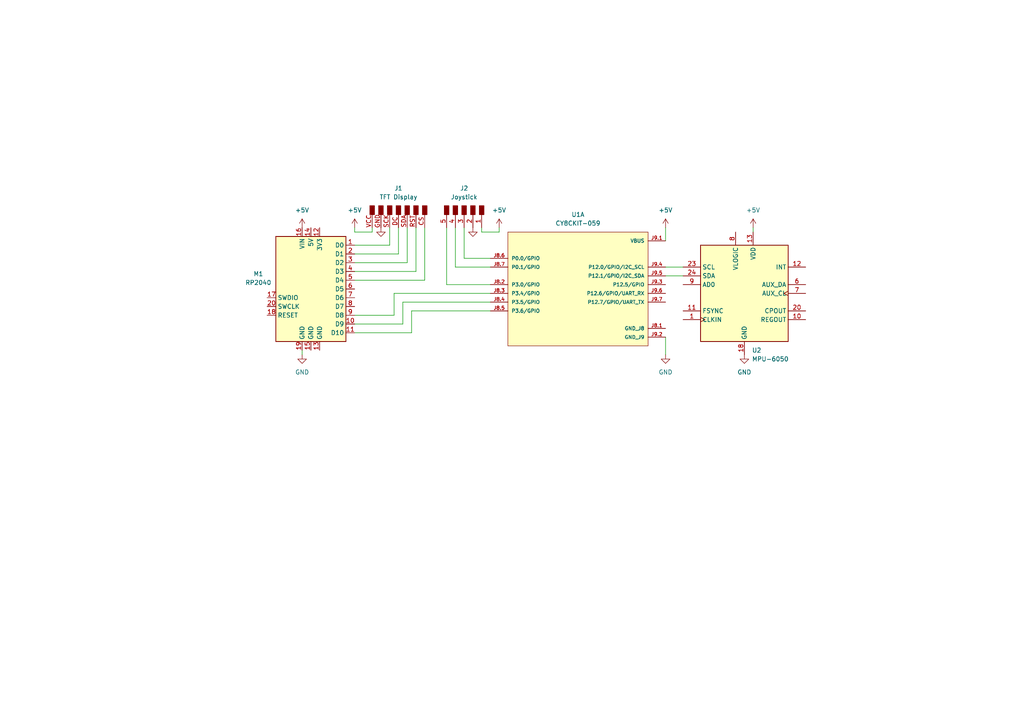
<source format=kicad_sch>
(kicad_sch (version 20230121) (generator eeschema)
  (paper "A4")
  (lib_symbols
    (symbol "CY8C58LP:CY8CKIT-059" (pin_names (offset 1.016))
      (property "Reference" "U" (at -20.32 16.002 0))
      (property "Value" "CY8CKIT-059" (at -20.32 -20.32 0))
      (symbol "CY8CKIT-059_1_0"
        (rectangle (start -20.32 -17.78) (end 20.32 15.24) (stroke (width 0.1524)) (fill (type background)))
        (pin power_in line (at 25.4 -12.7 180) (length 5.08) (name "GND_J8") (number "J8.1"))
        (pin bidirectional line (at -25.4 0 0) (length 5.08) (name "P3.0/GPIO") (number "J8.2"))
        (pin bidirectional line (at -25.4 -2.54 0) (length 5.08) (name "P3.4/GPIO") (number "J8.3"))
        (pin bidirectional line (at -25.4 -5.08 0) (length 5.08) (name "P3.5/GPIO") (number "J8.4"))
        (pin bidirectional line (at -25.4 -7.62 0) (length 5.08) (name "P3.6/GPIO") (number "J8.5"))
        (pin bidirectional line (at -25.4 7.62 0) (length 5.08) (name "P0.0/GPIO") (number "J8.6"))
        (pin bidirectional line (at -25.4 5.08 0) (length 5.08) (name "P0.1/GPIO") (number "J8.7"))
        (pin power_in line (at 25.4 12.7 180) (length 5.08) (name "VBUS") (number "J9.1"))
        (pin power_in line (at 25.4 -15.24 180) (length 5.08) (name "GND_J9") (number "J9.2"))
        (pin bidirectional line (at 25.4 0 180) (length 5.08) (name "P12.5/GPIO") (number "J9.3"))
        (pin bidirectional line (at 25.4 5.08 180) (length 5.08) (name "P12.0/GPIO/I2C_SCL") (number "J9.4"))
        (pin bidirectional line (at 25.4 2.54 180) (length 5.08) (name "P12.1/GPIO/I2C_SDA") (number "J9.5"))
        (pin bidirectional line (at 25.4 -2.54 180) (length 5.08) (name "P12.6/GPIO/UART_RX") (number "J9.6"))
        (pin bidirectional line (at 25.4 -5.08 180) (length 5.08) (name "P12.7/GPIO/UART_TX") (number "J9.7"))
      )
      (symbol "CY8CKIT-059_2_0"
        (rectangle (start -27.94 -45.72) (end 27.94 43.18) (stroke (width 0.1524)) (fill (type background)))
        (pin bidirectional line (at -33.02 -17.78 0) (length 5.08) (name "P2.0/GPIO") (number "J1.1"))
        (pin bidirectional line (at 33.02 -10.16 180) (length 5.08) (name "P12.6/GPIO/UART_RX") (number "J1.10"))
        (pin bidirectional line (at 33.02 -7.62 180) (length 5.08) (name "P12.5/GPIO") (number "J1.11"))
        (pin bidirectional line (at 33.02 -5.08 180) (length 5.08) (name "P12.4/GPIO") (number "J1.12"))
        (pin bidirectional line (at 33.02 -2.54 180) (length 5.08) (name "P12.3/GPIO") (number "J1.13"))
        (pin bidirectional line (at 33.02 0 180) (length 5.08) (name "P12.2/GPIO") (number "J1.14"))
        (pin bidirectional line (at 33.02 2.54 180) (length 5.08) (name "P12.1/GPIO/I2C_SDA") (number "J1.15"))
        (pin bidirectional line (at 33.02 5.08 180) (length 5.08) (name "P12.0/GPIO/I2C_SCL") (number "J1.16"))
        (pin bidirectional line (at -33.02 5.08 0) (length 5.08) (name "P1.0/GPIO") (number "J1.17"))
        (pin bidirectional line (at -33.02 2.54 0) (length 5.08) (name "P1.1/GPIO") (number "J1.18"))
        (pin bidirectional line (at -33.02 0 0) (length 5.08) (name "P1.2/GPIO") (number "J1.19"))
        (pin bidirectional line (at -33.02 -20.32 0) (length 5.08) (name "P2.1/GPIO/LED") (number "J1.2"))
        (pin bidirectional line (at -33.02 -2.54 0) (length 5.08) (name "P1.3/GPIO") (number "J1.20"))
        (pin bidirectional line (at -33.02 -5.08 0) (length 5.08) (name "P1.4/GPIO") (number "J1.21"))
        (pin bidirectional line (at -33.02 -7.62 0) (length 5.08) (name "P1.5/GPIO") (number "J1.22"))
        (pin bidirectional line (at -33.02 -10.16 0) (length 5.08) (name "P1.6/GPIO") (number "J1.23"))
        (pin bidirectional line (at -33.02 -12.7 0) (length 5.08) (name "P1.7/GPIO") (number "J1.24"))
        (pin power_in line (at 33.02 -40.64 180) (length 5.08) (name "GND_J1") (number "J1.25"))
        (pin power_in line (at 33.02 40.64 180) (length 5.08) (name "VDDIO") (number "J1.26"))
        (pin bidirectional line (at -33.02 -22.86 0) (length 5.08) (name "P2.2/GPIO/SW") (number "J1.3"))
        (pin bidirectional line (at -33.02 -25.4 0) (length 5.08) (name "P2.3/GPIO") (number "J1.4"))
        (pin bidirectional line (at -33.02 -27.94 0) (length 5.08) (name "P2.4/GPIO") (number "J1.5"))
        (pin bidirectional line (at -33.02 -30.48 0) (length 5.08) (name "P2.5/GPIO") (number "J1.6"))
        (pin bidirectional line (at -33.02 -33.02 0) (length 5.08) (name "P2.6/GPIO") (number "J1.7"))
        (pin bidirectional line (at -33.02 -35.56 0) (length 5.08) (name "P2.7/GPIO") (number "J1.8"))
        (pin bidirectional line (at 33.02 -12.7 180) (length 5.08) (name "P12.7/GPIO/UART_TX") (number "J1.9"))
        (pin power_in line (at 33.02 38.1 180) (length 5.08) (name "VDD") (number "J2.1"))
        (pin bidirectional line (at -33.02 25.4 0) (length 5.08) (name "P0.1/GPIO") (number "J2.10"))
        (pin bidirectional line (at -33.02 27.94 0) (length 5.08) (name "P0.0/GPIO") (number "J2.11"))
        (pin bidirectional line (at 33.02 -33.02 180) (length 5.08) (name "P15.5/GPIO") (number "J2.12"))
        (pin bidirectional line (at 33.02 -30.48 180) (length 5.08) (name "P15.4/GPIO/CMOD") (number "J2.13"))
        (pin bidirectional line (at 33.02 -27.94 180) (length 5.08) (name "P15.3/GPIO/XTAL_IN") (number "J2.14"))
        (pin bidirectional line (at 33.02 -25.4 180) (length 5.08) (name "P15.2/GPIO/XTAL_OUT") (number "J2.15"))
        (pin bidirectional line (at 33.02 -22.86 180) (length 5.08) (name "P15.1/GPIO") (number "J2.16"))
        (pin bidirectional line (at 33.02 -20.32 180) (length 5.08) (name "P15.0/GPIO") (number "J2.17"))
        (pin bidirectional line (at 33.02 10.16 180) (length 5.08) (name "P3.7/GPIO") (number "J2.18"))
        (pin bidirectional line (at 33.02 12.7 180) (length 5.08) (name "P3.6/GPIO") (number "J2.19"))
        (pin power_in line (at 33.02 -43.18 180) (length 5.08) (name "GND_J2") (number "J2.2"))
        (pin bidirectional line (at 33.02 15.24 180) (length 5.08) (name "P3.5/GPIO") (number "J2.20"))
        (pin bidirectional line (at 33.02 17.78 180) (length 5.08) (name "P3.4/GPIO") (number "J2.21"))
        (pin bidirectional line (at 33.02 20.32 180) (length 5.08) (name "P3.3/GPIO") (number "J2.22"))
        (pin bidirectional line (at 33.02 22.86 180) (length 5.08) (name "P3.2/GPIO/BYPASSCAP") (number "J2.23"))
        (pin bidirectional line (at 33.02 25.4 180) (length 5.08) (name "P3.1/GPIO") (number "J2.24"))
        (pin bidirectional line (at 33.02 27.94 180) (length 5.08) (name "P3.0/GPIO") (number "J2.25"))
        (pin power_in line (at 33.02 -43.18 180) (length 5.08) (name "GND_J2") (number "J2.26"))
        (pin bidirectional line (at -33.02 33.02 0) (length 5.08) (name "RESET") (number "J2.3"))
        (pin bidirectional line (at -33.02 10.16 0) (length 5.08) (name "P0.7/GPIO") (number "J2.4"))
        (pin bidirectional line (at -33.02 12.7 0) (length 5.08) (name "P0.6/GPIO") (number "J2.5"))
        (pin bidirectional line (at -33.02 15.24 0) (length 5.08) (name "P0.5/GPIO") (number "J2.6"))
        (pin bidirectional line (at -33.02 17.78 0) (length 5.08) (name "P0.4/GPIO/BYPASSCAP") (number "J2.7"))
        (pin bidirectional line (at -33.02 20.32 0) (length 5.08) (name "P0.3/GPIO/BYPASSCAP") (number "J2.8"))
        (pin bidirectional line (at -33.02 22.86 0) (length 5.08) (name "P0.2/GPIO/BYPASSCAP") (number "J2.9"))
      )
    )
    (symbol "Fab:Conn_PinHeader_1x05_P2.54mm_Vertical_THT_D1mm" (pin_names hide)
      (property "Reference" "J" (at 0 7.62 0))
      (property "Value" "Conn_PinHeader_1x05_P2.54mm_Vertical_THT_D1mm" (at 0 -7.62 0))
      (symbol "Conn_PinHeader_1x05_P2.54mm_Vertical_THT_D1mm_1_1"
        (rectangle (start -1.27 -4.445) (end 1.27 -5.715) (stroke (width 0.254)) (fill (type outline)))
        (rectangle (start -1.27 -1.905) (end 1.27 -3.175) (stroke (width 0.254)) (fill (type outline)))
        (rectangle (start -1.27 0.635) (end 1.27 -0.635) (stroke (width 0.254)) (fill (type outline)))
        (rectangle (start -1.27 3.175) (end 1.27 1.905) (stroke (width 0.254)) (fill (type outline)))
        (rectangle (start -1.27 5.715) (end 1.27 4.445) (stroke (width 0.254)) (fill (type outline)))
        (pin passive line (at 5.08 5.08 180) (length 3.81) (name "Pin_1") (number "1"))
        (pin passive line (at 5.08 2.54 180) (length 3.81) (name "Pin_2") (number "2"))
        (pin passive line (at 5.08 0 180) (length 3.81) (name "Pin_3") (number "3"))
        (pin passive line (at 5.08 -2.54 180) (length 3.81) (name "Pin_4") (number "4"))
        (pin passive line (at 5.08 -5.08 180) (length 3.81) (name "Pin_5") (number "5"))
      )
    )
    (symbol "Fab:Conn_PinHeader_1x07_P2.54mm_Vertical_THT_D1mm" (pin_names hide)
      (property "Reference" "J1" (at -6.35 0 90))
      (property "Value" "TFT Display" (at -3.81 0 90))
      (symbol "Conn_PinHeader_1x07_P2.54mm_Vertical_THT_D1mm_1_1"
        (rectangle (start -1.27 -6.985) (end 1.27 -8.255) (stroke (width 0.254)) (fill (type outline)))
        (rectangle (start -1.27 -4.445) (end 1.27 -5.715) (stroke (width 0.254)) (fill (type outline)))
        (rectangle (start -1.27 -1.905) (end 1.27 -3.175) (stroke (width 0.254)) (fill (type outline)))
        (rectangle (start -1.27 0.635) (end 1.27 -0.635) (stroke (width 0.254)) (fill (type outline)))
        (rectangle (start -1.27 3.175) (end 1.27 1.905) (stroke (width 0.254)) (fill (type outline)))
        (rectangle (start -1.27 5.715) (end 1.27 4.445) (stroke (width 0.254)) (fill (type outline)))
        (rectangle (start -1.27 8.255) (end 1.27 6.985) (stroke (width 0.254)) (fill (type outline)))
        (pin passive line (at 5.08 7.62 180) (length 3.81) (name "Pin_1") (number "CS"))
        (pin passive line (at 5.08 0 180) (length 3.81) (name "Pin_4") (number "DC"))
        (pin passive line (at 5.08 -5.08 180) (length 3.81) (name "Pin_6") (number "GND"))
        (pin passive line (at 5.08 5.08 180) (length 3.81) (name "Pin_2") (number "RST"))
        (pin passive line (at 5.08 -2.54 180) (length 3.81) (name "Pin_5") (number "SCK"))
        (pin passive line (at 5.08 2.54 180) (length 3.81) (name "Pin_3") (number "SDA"))
        (pin passive line (at 5.08 -7.62 180) (length 3.81) (name "Pin_7") (number "VCC"))
      )
    )
    (symbol "Fab:Module_XIAO-RP2040"
      (property "Reference" "M" (at -10.16 16.51 0))
      (property "Value" "Module_XIAO-RP2040" (at 3.81 16.51 0))
      (symbol "Module_XIAO-RP2040_1_1"
        (rectangle (start -10.16 15.24) (end 10.16 -15.24) (stroke (width 0.254)) (fill (type background)))
        (pin bidirectional line (at -12.7 12.7 0) (length 2.54) (name "D0") (number "1"))
        (pin bidirectional line (at -12.7 -10.16 0) (length 2.54) (name "D9") (number "10"))
        (pin bidirectional line (at -12.7 -12.7 0) (length 2.54) (name "D10") (number "11"))
        (pin power_in line (at -2.54 17.78 270) (length 2.54) (name "3V3") (number "12"))
        (pin power_in line (at -2.54 -17.78 90) (length 2.54) (name "GND") (number "13"))
        (pin power_in line (at 0 17.78 270) (length 2.54) (name "5V") (number "14"))
        (pin power_in line (at 0 -17.78 90) (length 2.54) (name "GND") (number "15"))
        (pin power_in line (at 2.54 17.78 270) (length 2.54) (name "VIN") (number "16"))
        (pin bidirectional line (at 12.7 -2.54 180) (length 2.54) (name "SWDIO") (number "17"))
        (pin input line (at 12.7 -7.62 180) (length 2.54) (name "RESET") (number "18"))
        (pin power_in line (at 2.54 -17.78 90) (length 2.54) (name "GND") (number "19"))
        (pin bidirectional line (at -12.7 10.16 0) (length 2.54) (name "D1") (number "2"))
        (pin input line (at 12.7 -5.08 180) (length 2.54) (name "SWCLK") (number "20"))
        (pin bidirectional line (at -12.7 7.62 0) (length 2.54) (name "D2") (number "3"))
        (pin bidirectional line (at -12.7 5.08 0) (length 2.54) (name "D3") (number "4"))
        (pin bidirectional line (at -12.7 2.54 0) (length 2.54) (name "D4") (number "5"))
        (pin bidirectional line (at -12.7 0 0) (length 2.54) (name "D5") (number "6"))
        (pin bidirectional line (at -12.7 -2.54 0) (length 2.54) (name "D6") (number "7"))
        (pin bidirectional line (at -12.7 -5.08 0) (length 2.54) (name "D7") (number "8"))
        (pin bidirectional line (at -12.7 -7.62 0) (length 2.54) (name "D8") (number "9"))
      )
    )
    (symbol "Sensor_Motion:MPU-6050"
      (property "Reference" "U2" (at 2.1941 -16.51 0))
      (property "Value" "MPU-6050" (at 2.1941 -19.05 0))
      (symbol "MPU-6050_0_0"
        (text "" (at 12.7 -2.54 0) (effects (font (size 1.27 1.27))))
      )
      (symbol "MPU-6050_0_1"
        (rectangle (start -12.7 13.97) (end 12.7 -13.97) (stroke (width 0.254)) (fill (type background)))
      )
      (symbol "MPU-6050_1_1"
        (pin input clock (at -17.78 -7.62 0) (length 5.08) (name "CLKIN") (number "1"))
        (pin passive line (at 17.78 -7.62 180) (length 5.08) (name "REGOUT") (number "10"))
        (pin input line (at -17.78 -5.08 0) (length 5.08) (name "FSYNC") (number "11"))
        (pin output line (at 17.78 7.62 180) (length 5.08) (name "INT") (number "12"))
        (pin power_in line (at 2.54 17.78 270) (length 3.81) (name "VDD") (number "13"))
        (pin no_connect line (at -12.7 -10.16 0) (length 2.54) hide (name "NC") (number "14"))
        (pin no_connect line (at 12.7 12.7 180) (length 2.54) hide (name "NC") (number "15"))
        (pin no_connect line (at 12.7 10.16 180) (length 2.54) hide (name "NC") (number "16"))
        (pin no_connect line (at 12.7 5.08 180) (length 2.54) hide (name "NC") (number "17"))
        (pin power_in line (at 0 -17.78 90) (length 3.81) (name "GND") (number "18"))
        (pin no_connect line (at 12.7 -10.16 180) (length 2.54) hide (name "RESV") (number "19"))
        (pin no_connect line (at -12.7 12.7 0) (length 2.54) hide (name "NC") (number "2"))
        (pin passive line (at 17.78 -5.08 180) (length 5.08) (name "CPOUT") (number "20"))
        (pin no_connect line (at 12.7 -2.54 180) (length 2.54) hide (name "RESV") (number "21"))
        (pin no_connect line (at 12.7 -12.7 180) (length 2.54) hide (name "RESV") (number "22"))
        (pin input line (at -17.78 7.62 0) (length 5.08) (name "SCL") (number "23"))
        (pin bidirectional line (at -17.78 5.08 0) (length 5.08) (name "SDA") (number "24"))
        (pin no_connect line (at -12.7 10.16 0) (length 2.54) hide (name "NC") (number "3"))
        (pin no_connect line (at -12.7 0 0) (length 2.54) hide (name "NC") (number "4"))
        (pin no_connect line (at -12.7 -2.54 0) (length 2.54) hide (name "NC") (number "5"))
        (pin bidirectional line (at 17.78 2.54 180) (length 5.08) (name "AUX_DA") (number "6"))
        (pin output clock (at 17.78 0 180) (length 5.08) (name "AUX_CL") (number "7"))
        (pin power_in line (at -2.54 17.78 270) (length 3.81) (name "VLOGIC") (number "8"))
        (pin input line (at -17.78 2.54 0) (length 5.08) (name "AD0") (number "9"))
      )
    )
    (symbol "power:+5V" (power) (pin_names (offset 0))
      (property "Value" "+5V" (at 0 3.556 0))
      (symbol "+5V_0_1"
        (polyline (pts (xy -0.762 1.27) (xy 0 2.54)))
        (polyline (pts (xy 0 0) (xy 0 2.54)))
        (polyline (pts (xy 0 2.54) (xy 0.762 1.27)))
      )
      (symbol "+5V_1_1"
        (pin power_in line (at 0 0 90) (length 0) hide (name "+5V") (number "1"))
      )
    )
    (symbol "power:GND" (power) (pin_names (offset 0))
      (property "Value" "GND" (at 0 -3.81 0))
      (symbol "GND_0_1"
        (polyline (pts (xy 0 0) (xy 0 -1.27) (xy 1.27 -1.27) (xy 0 -2.54) (xy -1.27 -1.27) (xy 0 -1.27)))
      )
      (symbol "GND_1_1"
        (pin power_in line (at 0 0 270) (length 0) hide (name "GND") (number "1"))
      )
    )
  )
  (wire (pts (xy 139.7 67.31) (xy 139.7 66.04)))
  (wire (pts (xy 115.57 73.66) (xy 115.57 66.04)))
  (wire (pts (xy 116.84 93.98) (xy 116.84 87.63)))
  (wire (pts (xy 102.87 67.31) (xy 102.87 66.04)))
  (wire (pts (xy 123.19 81.28) (xy 123.19 66.04)))
  (wire (pts (xy 129.54 82.55) (xy 142.24 82.55)))
  (wire (pts (xy 102.87 73.66) (xy 115.57 73.66)))
  (wire (pts (xy 193.04 80.01) (xy 198.12 80.01)))
  (wire (pts (xy 102.87 93.98) (xy 116.84 93.98)))
  (wire (pts (xy 116.84 87.63) (xy 142.24 87.63)))
  (wire (pts (xy 218.44 66.04) (xy 218.44 67.31)))
  (wire (pts (xy 87.63 101.6) (xy 87.63 102.87)))
  (wire (pts (xy 113.03 71.12) (xy 113.03 66.04)))
  (wire (pts (xy 102.87 96.52) (xy 119.38 96.52)))
  (wire (pts (xy 120.65 78.74) (xy 120.65 66.04)))
  (wire (pts (xy 132.08 66.04) (xy 132.08 77.47)))
  (wire (pts (xy 114.3 91.44) (xy 114.3 85.09)))
  (wire (pts (xy 132.08 77.47) (xy 142.24 77.47)))
  (wire (pts (xy 107.95 66.04) (xy 107.95 67.31)))
  (wire (pts (xy 102.87 76.2) (xy 118.11 76.2)))
  (wire (pts (xy 102.87 78.74) (xy 120.65 78.74)))
  (wire (pts (xy 102.87 91.44) (xy 114.3 91.44)))
  (wire (pts (xy 107.95 67.31) (xy 102.87 67.31)))
  (wire (pts (xy 144.78 67.31) (xy 139.7 67.31)))
  (wire (pts (xy 134.62 66.04) (xy 134.62 74.93)))
  (wire (pts (xy 102.87 81.28) (xy 123.19 81.28)))
  (wire (pts (xy 193.04 97.79) (xy 193.04 102.87)))
  (wire (pts (xy 114.3 85.09) (xy 142.24 85.09)))
  (wire (pts (xy 193.04 66.04) (xy 193.04 69.85)))
  (wire (pts (xy 144.78 66.04) (xy 144.78 67.31)))
  (wire (pts (xy 102.87 71.12) (xy 113.03 71.12)))
  (wire (pts (xy 119.38 90.17) (xy 142.24 90.17)))
  (wire (pts (xy 118.11 76.2) (xy 118.11 66.04)))
  (wire (pts (xy 193.04 77.47) (xy 198.12 77.47)))
  (wire (pts (xy 134.62 74.93) (xy 142.24 74.93)))
  (wire (pts (xy 119.38 96.52) (xy 119.38 90.17)))
  (wire (pts (xy 129.54 66.04) (xy 129.54 82.55)))
  (symbol (lib_id "Fab:Conn_PinHeader_1x05_P2.54mm_Vertical_THT_D1mm") (at 134.62 60.96 270) (unit 1)
    (property "Reference" "J2" (at 134.62 54.61 90))
    (property "Value" "Joystick" (at 134.62 57.15 90))
    (property "Footprint" "fab:PinHeader_1x05_P2.54mm_Vertical_THT_D1mm" (effects hide))
  )
  (symbol (lib_id "Fab:Module_XIAO-RP2040") (at 90.17 83.82 0) (mirror y) (unit 1)
    (property "Reference" "M1" (at 74.93 79.4319 0))
    (property "Value" "RP2040" (at 74.93 81.9719 0))
    (property "Footprint" "fab:SeeedStudio_XIAO_RP2040" (effects hide))
    (property "Datasheet" "https://wiki.seeedstudio.com/XIAO-RP2040/" (effects hide))
  )
  (symbol (lib_id "power:GND") (at 193.04 102.87 0) (unit 1)
    (property "Reference" "#PWR06" (effects hide))
    (property "Value" "GND" (at 193.04 107.95 0))
  )
  (symbol (lib_id "power:+5V") (at 102.87 66.04 0) (unit 1)
    (property "Reference" "#PWR08" (effects hide))
    (property "Value" "+5V" (at 102.87 60.96 0))
  )
  (symbol (lib_id "power:GND") (at 110.49 66.04 0) (unit 1)
    (property "Reference" "#PWR07" (effects hide))
    (property "Value" "GND" (effects hide))
  )
  (symbol (lib_id "power:GND") (at 87.63 102.87 0) (unit 1)
    (property "Reference" "#PWR04" (effects hide))
    (property "Value" "GND" (at 87.63 107.95 0))
  )
  (symbol (lib_id "power:+5V") (at 144.78 66.04 0) (unit 1)
    (property "Reference" "#PWR010" (effects hide))
    (property "Value" "+5V" (at 144.78 60.96 0))
  )
  (symbol (lib_id "CY8C58LP:CY8CKIT-059") (at 167.64 82.55 0) (unit 1)
    (property "Reference" "U1" (at 167.64 62.23 0))
    (property "Value" "CY8CKIT-059" (at 167.64 64.77 0))
    (property "Footprint" "CY8CKIT-059:MODULE_CY8CKIT-059" (effects hide))
    (property "MF" "Cypress Semiconductor" (effects hide))
    (property "Description" "\nCY8C58LP PSOC® 5LP ARM® Cortex®-M3 MCU 32-Bit Embedded Evaluation Board\n" (effects hide))
    (property "Package" "None" (effects hide))
    (property "Price" "None" (effects hide))
    (property "Check_prices" "https://www.snapeda.com/parts/CY8CKIT-059/Cypress+semiconductor/view-part/?ref=eda" (effects hide))
    (property "STANDARD" "Manufacturer Recommendations" (effects hide))
    (property "PARTREV" "G" (effects hide))
    (property "SnapEDA_Link" "https://www.snapeda.com/parts/CY8CKIT-059/Cypress+semiconductor/view-part/?ref=snap" (effects hide))
    (property "MP" "CY8CKIT-059" (effects hide))
    (property "Availability" "Not in stock" (effects hide))
    (property "MANUFACTURER" "Cypress" (effects hide))
  )
  (symbol (lib_id "power:+5V") (at 87.63 66.04 0) (unit 1)
    (property "Reference" "#PWR01" (effects hide))
    (property "Value" "+5V" (at 87.63 60.96 0))
  )
  (symbol (lib_id "power:+5V") (at 193.04 66.04 0) (unit 1)
    (property "Reference" "#PWR03" (effects hide))
    (property "Value" "+5V" (at 193.04 60.96 0))
  )
  (symbol (lib_id "power:GND") (at 215.9 102.87 0) (unit 1)
    (property "Reference" "#PWR05" (effects hide))
    (property "Value" "GND" (at 215.9 107.95 0))
  )
  (symbol (lib_id "power:GND") (at 137.16 66.04 0) (unit 1)
    (property "Reference" "#PWR09" (effects hide))
    (property "Value" "GND" (effects hide))
  )
  (symbol (lib_id "Fab:Conn_PinHeader_1x07_P2.54mm_Vertical_THT_D1mm") (at 115.57 60.96 270) (unit 1)
    (property "Reference" "J1" (at 115.57 54.61 90))
    (property "Value" "TFT Display" (at 115.57 57.15 90))
    (property "Footprint" "fab:PinHeader_1x07_P2.54mm_Vertical_THT_D1mm" (effects hide))
  )
  (symbol (lib_id "Sensor_Motion:MPU-6050") (at 215.9 85.09 0) (unit 1)
    (property "Reference" "U2" (at 218.0941 101.6 0) (effects (justify left)))
    (property "Value" "MPU-6050" (at 218.0941 104.14 0) (effects (justify left)))
    (property "Footprint" "Sensor_Motion:InvenSense_QFN-24_4x4mm_P0.5mm" (effects hide))
    (property "Datasheet" "https://invensense.tdk.com/wp-content/uploads/2015/02/MPU-6000-Datasheet1.pdf" (effects hide))
  )
  (symbol (lib_id "power:+5V") (at 218.44 66.04 0) (unit 1)
    (property "Reference" "#PWR02" (effects hide))
    (property "Value" "+5V" (at 218.44 60.96 0))
  )
)
</source>
